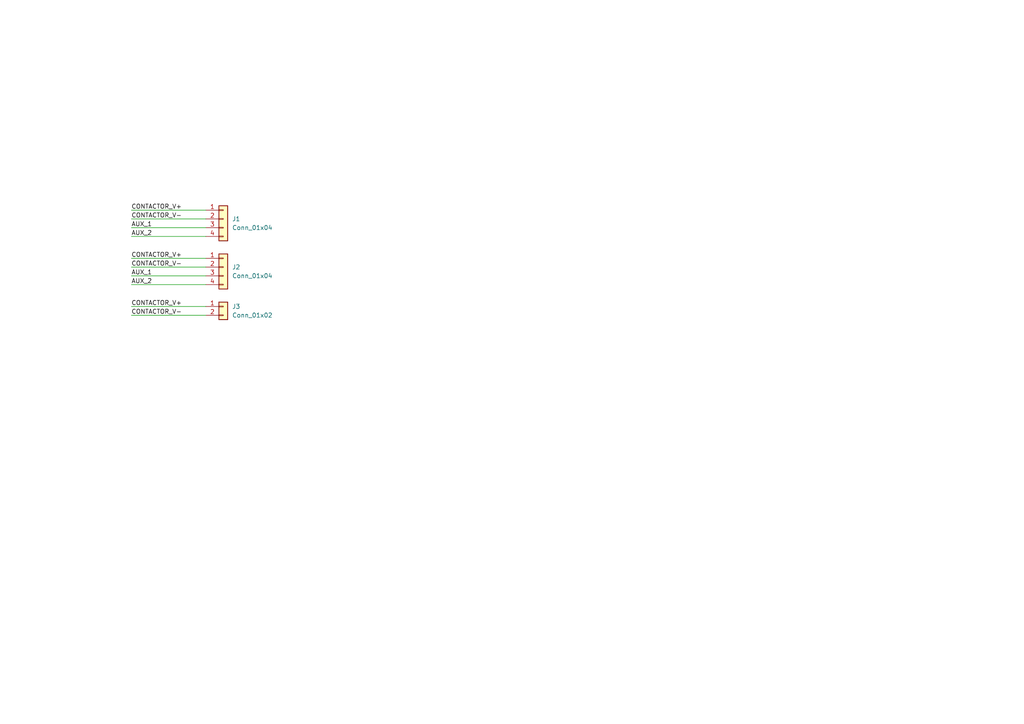
<source format=kicad_sch>
(kicad_sch (version 20231120) (generator "eeschema") (generator_version "8.0")
  (paper "A4")
  (lib_symbols
    (symbol "Connector_Generic:Conn_01x02" (pin_names (offset 1.016) hide)
      (property "Reference" "J" (at 0 2.54 0))
      (property "Value" "Conn_01x02" (at 0 -5.08 0))
      (symbol "Conn_01x02_1_1"
        (rectangle (start -1.27 -2.413) (end 0 -2.667) (stroke (width 0.1524)))
        (rectangle (start -1.27 0.127) (end 0 -0.127) (stroke (width 0.1524)))
        (rectangle (start -1.27 1.27) (end 1.27 -3.81) (stroke (width 0.254)) (fill (type background)))
        (pin passive line (at -5.08 0 0) (length 3.81) (name "Pin_1") (number "1"))
        (pin passive line (at -5.08 -2.54 0) (length 3.81) (name "Pin_2") (number "2"))
      )
    )
    (symbol "Connector_Generic:Conn_01x04" (pin_names (offset 1.016) hide)
      (property "Reference" "J" (at 0 5.08 0))
      (property "Value" "Conn_01x04" (at 0 -7.62 0))
      (symbol "Conn_01x04_1_1"
        (rectangle (start -1.27 -4.953) (end 0 -5.207) (stroke (width 0.1524)))
        (rectangle (start -1.27 -2.413) (end 0 -2.667) (stroke (width 0.1524)))
        (rectangle (start -1.27 0.127) (end 0 -0.127) (stroke (width 0.1524)))
        (rectangle (start -1.27 2.667) (end 0 2.413) (stroke (width 0.1524)))
        (rectangle (start -1.27 3.81) (end 1.27 -6.35) (stroke (width 0.254)) (fill (type background)))
        (pin passive line (at -5.08 2.54 0) (length 3.81) (name "Pin_1") (number "1"))
        (pin passive line (at -5.08 0 0) (length 3.81) (name "Pin_2") (number "2"))
        (pin passive line (at -5.08 -2.54 0) (length 3.81) (name "Pin_3") (number "3"))
        (pin passive line (at -5.08 -5.08 0) (length 3.81) (name "Pin_4") (number "4"))
      )
    )
  )
  (wire (pts (xy 38.1 63.5) (xy 59.69 63.5)))
  (wire (pts (xy 38.1 68.58) (xy 59.69 68.58)))
  (wire (pts (xy 38.1 80.01) (xy 59.69 80.01)))
  (wire (pts (xy 38.1 88.9) (xy 59.69 88.9)))
  (wire (pts (xy 38.1 60.96) (xy 59.69 60.96)))
  (wire (pts (xy 38.1 82.55) (xy 59.69 82.55)))
  (wire (pts (xy 38.1 74.93) (xy 59.69 74.93)))
  (wire (pts (xy 38.1 77.47) (xy 59.69 77.47)))
  (wire (pts (xy 38.1 66.04) (xy 59.69 66.04)))
  (wire (pts (xy 38.1 91.44) (xy 59.69 91.44)))
  (label "CONTACTOR_V+" (at 38.1 88.9 0))
  (label "AUX_2" (at 38.1 82.55 0))
  (label "CONTACTOR_V-" (at 38.1 91.44 0))
  (label "AUX_1" (at 38.1 80.01 0))
  (label "AUX_1" (at 38.1 66.04 0))
  (label "CONTACTOR_V+" (at 38.1 60.96 0))
  (label "CONTACTOR_V-" (at 38.1 77.47 0))
  (label "AUX_2" (at 38.1 68.58 0))
  (label "CONTACTOR_V+" (at 38.1 74.93 0))
  (label "CONTACTOR_V-" (at 38.1 63.5 0))
  (symbol (lib_id "Connector_Generic:Conn_01x04") (at 64.77 63.5 0) (unit 1)
    (property "Reference" "J1" (at 67.31 63.4999 0) (effects (justify left)))
    (property "Value" "Conn_01x04" (at 67.31 66.0399 0) (effects (justify left)))
    (property "Footprint" "UTSVT_Connectors:Molex_MicroFit3.0_1x4xP3.00mm_PolarizingPeg_Vertical" (effects (hide yes)))
    (property "Description" "Generic connector, single row, 01x04, script generated (kicad-library-utils/schlib/autogen/connector/)" (effects (hide yes)))
  )
  (symbol (lib_id "Connector_Generic:Conn_01x02") (at 64.77 88.9 0) (unit 1)
    (property "Reference" "J3" (at 67.31 88.8999 0) (effects (justify left)))
    (property "Value" "Conn_01x02" (at 67.31 91.4399 0) (effects (justify left)))
    (property "Footprint" "UTSVT_Connectors:Molex_MicroFit3.0_1x2xP3.00mm_PolarizingPeg_Vertical" (effects (hide yes)))
    (property "Description" "Generic connector, single row, 01x02, script generated (kicad-library-utils/schlib/autogen/connector/)" (effects (hide yes)))
  )
  (symbol (lib_id "Connector_Generic:Conn_01x04") (at 64.77 77.47 0) (unit 1)
    (property "Reference" "J2" (at 67.31 77.4699 0) (effects (justify left)))
    (property "Value" "Conn_01x04" (at 67.31 80.0099 0) (effects (justify left)))
    (property "Footprint" "UTSVT_Connectors:Molex_MicroFit3.0_1x4xP3.00mm_PolarizingPeg_Vertical" (effects (hide yes)))
    (property "Description" "Generic connector, single row, 01x04, script generated (kicad-library-utils/schlib/autogen/connector/)" (effects (hide yes)))
  )
)
</source>
